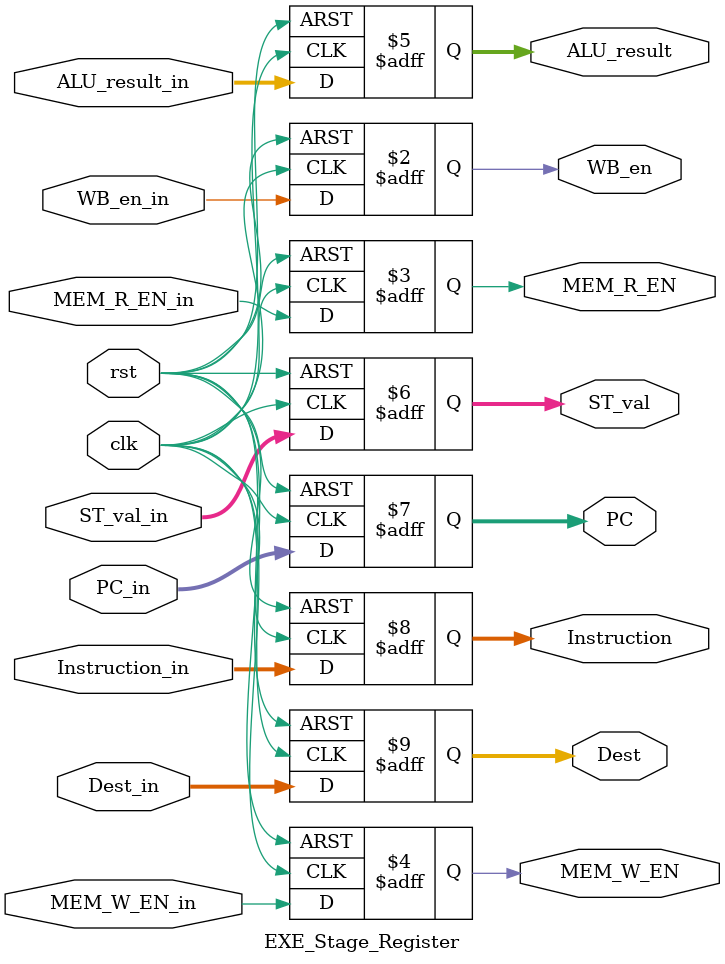
<source format=v>
module EXE_Stage_Register(clk, rst, WB_en_in, MEM_R_EN_in, MEM_W_EN_in, ALU_result_in,
			  ST_val_in, PC_in, Instruction_in, Dest_in, WB_en, MEM_R_EN, MEM_W_EN, 
  			  ALU_result, ST_val, PC, Instruction, Dest);
  input clk, rst, WB_en_in, MEM_R_EN_in, MEM_W_EN_in;
  input [31:0] ALU_result_in, ST_val_in, PC_in, Instruction_in;
  input [3:0] Dest_in;
  output reg WB_en, MEM_R_EN, MEM_W_EN;
  output reg [31:0] ALU_result, ST_val, PC, Instruction;
  output reg [3:0] Dest;

  always @(posedge clk, posedge rst)begin
    if(rst) begin
      PC <= 32'd0;
      Instruction <= 32'd0;
      Dest <= 4'd0;
      WB_en <= 1'd0;
      MEM_R_EN <= 1'd0; 
      MEM_W_EN <= 1'd0;
      ALU_result <= 32'd0;
      ST_val <= 32'd0;
    end
    else begin
      PC <= PC_in;
      Instruction <= Instruction_in;
      Dest <= Dest_in;
      WB_en <= WB_en_in;
      MEM_R_EN <= MEM_R_EN_in;
      MEM_W_EN <= MEM_W_EN_in;
      ALU_result <= ALU_result_in;
      ST_val <= ST_val_in; 
    end
  end
endmodule
</source>
